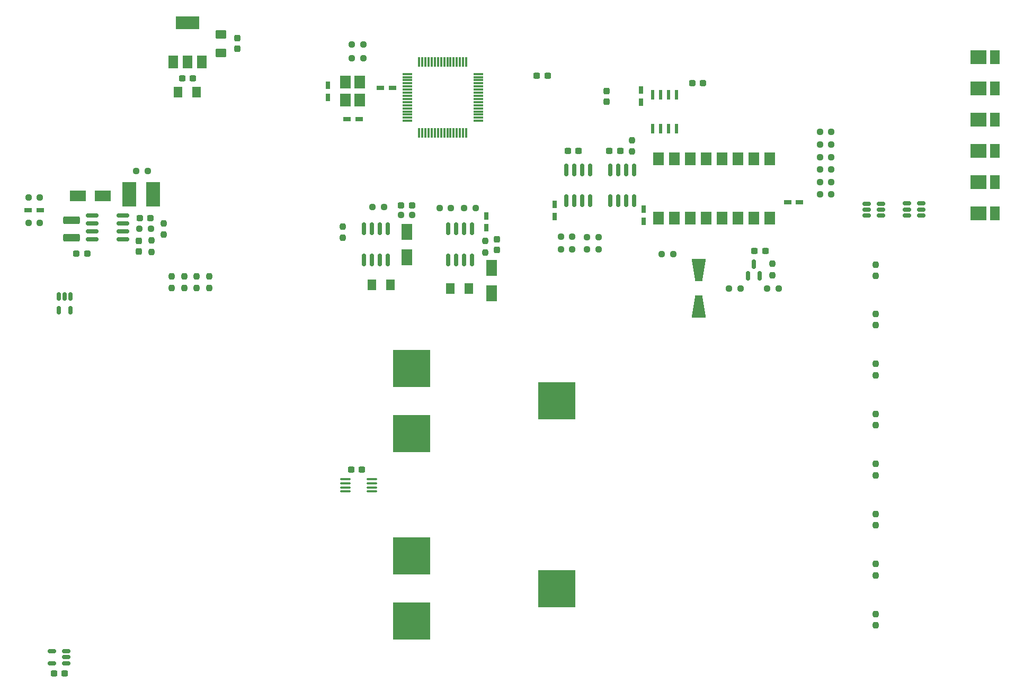
<source format=gbr>
G04 #@! TF.GenerationSoftware,KiCad,Pcbnew,7.99.0-unknown*
G04 #@! TF.CreationDate,2023-06-01T13:12:26+02:00*
G04 #@! TF.ProjectId,driver,64726976-6572-42e6-9b69-6361645f7063,rev?*
G04 #@! TF.SameCoordinates,Original*
G04 #@! TF.FileFunction,Paste,Top*
G04 #@! TF.FilePolarity,Positive*
%FSLAX46Y46*%
G04 Gerber Fmt 4.6, Leading zero omitted, Abs format (unit mm)*
G04 Created by KiCad (PCBNEW 7.99.0-unknown) date 2023-06-01 13:12:26*
%MOMM*%
%LPD*%
G01*
G04 APERTURE LIST*
G04 Aperture macros list*
%AMRoundRect*
0 Rectangle with rounded corners*
0 $1 Rounding radius*
0 $2 $3 $4 $5 $6 $7 $8 $9 X,Y pos of 4 corners*
0 Add a 4 corners polygon primitive as box body*
4,1,4,$2,$3,$4,$5,$6,$7,$8,$9,$2,$3,0*
0 Add four circle primitives for the rounded corners*
1,1,$1+$1,$2,$3*
1,1,$1+$1,$4,$5*
1,1,$1+$1,$6,$7*
1,1,$1+$1,$8,$9*
0 Add four rect primitives between the rounded corners*
20,1,$1+$1,$2,$3,$4,$5,0*
20,1,$1+$1,$4,$5,$6,$7,0*
20,1,$1+$1,$6,$7,$8,$9,0*
20,1,$1+$1,$8,$9,$2,$3,0*%
%AMOutline4P*
0 Free polygon, 4 corners , with rotation*
0 The origin of the aperture is its center*
0 number of corners: always 4*
0 $1 to $8 corner X, Y*
0 $9 Rotation angle, in degrees counterclockwise*
0 create outline with 4 corners*
4,1,4,$1,$2,$3,$4,$5,$6,$7,$8,$1,$2,$9*%
G04 Aperture macros list end*
%ADD10RoundRect,0.237500X-0.250000X-0.237500X0.250000X-0.237500X0.250000X0.237500X-0.250000X0.237500X0*%
%ADD11R,0.750000X1.200000*%
%ADD12R,1.200000X0.750000*%
%ADD13RoundRect,0.237500X0.237500X-0.250000X0.237500X0.250000X-0.237500X0.250000X-0.237500X-0.250000X0*%
%ADD14R,1.800000X2.100000*%
%ADD15RoundRect,0.237500X0.250000X0.237500X-0.250000X0.237500X-0.250000X-0.237500X0.250000X-0.237500X0*%
%ADD16RoundRect,0.237500X0.287500X0.237500X-0.287500X0.237500X-0.287500X-0.237500X0.287500X-0.237500X0*%
%ADD17R,0.600000X1.550000*%
%ADD18RoundRect,0.250001X0.462499X0.624999X-0.462499X0.624999X-0.462499X-0.624999X0.462499X-0.624999X0*%
%ADD19RoundRect,0.237500X-0.287500X-0.237500X0.287500X-0.237500X0.287500X0.237500X-0.287500X0.237500X0*%
%ADD20RoundRect,0.237500X-0.237500X0.287500X-0.237500X-0.287500X0.237500X-0.287500X0.237500X0.287500X0*%
%ADD21RoundRect,0.250001X0.624999X-0.462499X0.624999X0.462499X-0.624999X0.462499X-0.624999X-0.462499X0*%
%ADD22R,1.800000X2.500000*%
%ADD23R,2.500000X1.800000*%
%ADD24R,2.200000X3.900000*%
%ADD25RoundRect,0.250000X-1.075000X0.375000X-1.075000X-0.375000X1.075000X-0.375000X1.075000X0.375000X0*%
%ADD26RoundRect,0.237500X-0.237500X0.250000X-0.237500X-0.250000X0.237500X-0.250000X0.237500X0.250000X0*%
%ADD27RoundRect,0.150000X-0.825000X-0.150000X0.825000X-0.150000X0.825000X0.150000X-0.825000X0.150000X0*%
%ADD28RoundRect,0.150000X-0.150000X0.825000X-0.150000X-0.825000X0.150000X-0.825000X0.150000X0.825000X0*%
%ADD29R,1.500000X2.000000*%
%ADD30R,3.800000X2.000000*%
%ADD31RoundRect,0.237500X0.300000X0.237500X-0.300000X0.237500X-0.300000X-0.237500X0.300000X-0.237500X0*%
%ADD32RoundRect,0.237500X0.237500X-0.300000X0.237500X0.300000X-0.237500X0.300000X-0.237500X-0.300000X0*%
%ADD33R,6.000000X6.000000*%
%ADD34R,2.500000X2.200000*%
%ADD35R,1.550000X2.200000*%
%ADD36RoundRect,0.100000X-0.712500X-0.100000X0.712500X-0.100000X0.712500X0.100000X-0.712500X0.100000X0*%
%ADD37RoundRect,0.150000X0.150000X-0.825000X0.150000X0.825000X-0.150000X0.825000X-0.150000X-0.825000X0*%
%ADD38RoundRect,0.150000X0.512500X0.150000X-0.512500X0.150000X-0.512500X-0.150000X0.512500X-0.150000X0*%
%ADD39R,1.780000X2.000000*%
%ADD40RoundRect,0.237500X-0.300000X-0.237500X0.300000X-0.237500X0.300000X0.237500X-0.300000X0.237500X0*%
%ADD41RoundRect,0.075000X-0.700000X-0.075000X0.700000X-0.075000X0.700000X0.075000X-0.700000X0.075000X0*%
%ADD42RoundRect,0.075000X-0.075000X-0.700000X0.075000X-0.700000X0.075000X0.700000X-0.075000X0.700000X0*%
%ADD43RoundRect,0.237500X-0.237500X0.300000X-0.237500X-0.300000X0.237500X-0.300000X0.237500X0.300000X0*%
%ADD44Outline4P,-1.800000X-1.150000X1.800000X-0.550000X1.800000X0.550000X-1.800000X1.150000X270.000000*%
%ADD45Outline4P,-1.800000X-1.150000X1.800000X-0.550000X1.800000X0.550000X-1.800000X1.150000X90.000000*%
%ADD46RoundRect,0.150000X-0.150000X0.512500X-0.150000X-0.512500X0.150000X-0.512500X0.150000X0.512500X0*%
%ADD47RoundRect,0.150000X-0.512500X-0.150000X0.512500X-0.150000X0.512500X0.150000X-0.512500X0.150000X0*%
%ADD48RoundRect,0.150000X0.150000X-0.587500X0.150000X0.587500X-0.150000X0.587500X-0.150000X-0.587500X0*%
G04 APERTURE END LIST*
D10*
X120487500Y-49100000D03*
X122312500Y-49100000D03*
X195287500Y-71100000D03*
X197112500Y-71100000D03*
D11*
X167100000Y-77350000D03*
X167100000Y-75450000D03*
D12*
X121650000Y-61050000D03*
X119750000Y-61050000D03*
D11*
X116700000Y-57550000D03*
X116700000Y-55650000D03*
X141950000Y-78400000D03*
X141950000Y-76500000D03*
X152900000Y-76600000D03*
X152900000Y-74700000D03*
D13*
X165300000Y-66212500D03*
X165300000Y-64387500D03*
D10*
X120487500Y-51300000D03*
X122312500Y-51300000D03*
D14*
X119450000Y-55100000D03*
X119450000Y-58000000D03*
X121750000Y-58000000D03*
X121750000Y-55100000D03*
D12*
X68750000Y-75600000D03*
X70650000Y-75600000D03*
D10*
X195287500Y-65100000D03*
X197112500Y-65100000D03*
D15*
X136337500Y-75250000D03*
X134512500Y-75250000D03*
D16*
X176625000Y-55250000D03*
X174875000Y-55250000D03*
D17*
X168545000Y-62550000D03*
X169815000Y-62550000D03*
X171085000Y-62550000D03*
X172355000Y-62550000D03*
X172355000Y-57150000D03*
X171085000Y-57150000D03*
X169815000Y-57150000D03*
X168545000Y-57150000D03*
D11*
X166700000Y-58300000D03*
X166700000Y-56400000D03*
D18*
X126687500Y-87500000D03*
X123712500Y-87500000D03*
D10*
X195287500Y-67100000D03*
X197112500Y-67100000D03*
X195287500Y-73100000D03*
X197112500Y-73100000D03*
D12*
X126950000Y-56000000D03*
X125050000Y-56000000D03*
D15*
X70612500Y-73600000D03*
X68787500Y-73600000D03*
D12*
X190150000Y-74300000D03*
X192050000Y-74300000D03*
D19*
X76475000Y-82550000D03*
X78225000Y-82550000D03*
D16*
X88325000Y-76850000D03*
X86575000Y-76850000D03*
D20*
X86450000Y-80475000D03*
X86450000Y-82225000D03*
D18*
X139175000Y-88100000D03*
X136200000Y-88100000D03*
X95687500Y-56750000D03*
X92712500Y-56750000D03*
D21*
X99600000Y-50487500D03*
X99600000Y-47512500D03*
D22*
X129300000Y-83100000D03*
X129300000Y-79100000D03*
D23*
X80700000Y-73350000D03*
X76700000Y-73350000D03*
D22*
X142800000Y-88850000D03*
X142800000Y-84850000D03*
D24*
X88750000Y-73100000D03*
X84950000Y-73100000D03*
D25*
X75700000Y-77200000D03*
X75700000Y-80000000D03*
D15*
X130162500Y-76400000D03*
X128337500Y-76400000D03*
X88362500Y-78600000D03*
X86537500Y-78600000D03*
X87862500Y-69350000D03*
X86037500Y-69350000D03*
D26*
X90450000Y-77687500D03*
X90450000Y-79512500D03*
X88450000Y-80437500D03*
X88450000Y-82262500D03*
D10*
X138437500Y-75250000D03*
X140262500Y-75250000D03*
D27*
X78975000Y-76445000D03*
X78975000Y-77715000D03*
X78975000Y-78985000D03*
X78975000Y-80255000D03*
X83925000Y-80255000D03*
X83925000Y-78985000D03*
X83925000Y-77715000D03*
X83925000Y-76445000D03*
D28*
X139655000Y-78575000D03*
X138385000Y-78575000D03*
X137115000Y-78575000D03*
X135845000Y-78575000D03*
X135845000Y-83525000D03*
X137115000Y-83525000D03*
X138385000Y-83525000D03*
X139655000Y-83525000D03*
D29*
X91900000Y-51900000D03*
X94200000Y-51900000D03*
X96500000Y-51900000D03*
D30*
X94200000Y-45600000D03*
D31*
X95062500Y-54500000D03*
X93337500Y-54500000D03*
D32*
X102150000Y-49812500D03*
X102150000Y-48087500D03*
D13*
X141850000Y-82362500D03*
X141850000Y-80537500D03*
D28*
X126205000Y-78575000D03*
X124935000Y-78575000D03*
X123665000Y-78575000D03*
X122395000Y-78575000D03*
X122395000Y-83525000D03*
X123665000Y-83525000D03*
X124935000Y-83525000D03*
X126205000Y-83525000D03*
D19*
X128375000Y-74800000D03*
X130125000Y-74800000D03*
D15*
X70612500Y-77600000D03*
X68787500Y-77600000D03*
D13*
X204200000Y-142012500D03*
X204200000Y-140187500D03*
D10*
X180787500Y-88100000D03*
X182612500Y-88100000D03*
D13*
X93700000Y-88012500D03*
X93700000Y-86187500D03*
D26*
X204200000Y-116187500D03*
X204200000Y-118012500D03*
X204200000Y-108187500D03*
X204200000Y-110012500D03*
D15*
X171862500Y-82600000D03*
X170037500Y-82600000D03*
D33*
X130050000Y-130885000D03*
X130050000Y-141315000D03*
X153200000Y-136100000D03*
D34*
X220650000Y-51100000D03*
D35*
X223225000Y-51100000D03*
D36*
X119487500Y-118625000D03*
X119487500Y-119275000D03*
X119487500Y-119925000D03*
X119487500Y-120575000D03*
X123712500Y-120575000D03*
X123712500Y-119925000D03*
X123712500Y-119275000D03*
X123712500Y-118625000D03*
D10*
X195287500Y-63100000D03*
X197112500Y-63100000D03*
D37*
X161795000Y-74075000D03*
X163065000Y-74075000D03*
X164335000Y-74075000D03*
X165605000Y-74075000D03*
X165605000Y-69125000D03*
X164335000Y-69125000D03*
X163065000Y-69125000D03*
X161795000Y-69125000D03*
D32*
X161200000Y-58262500D03*
X161200000Y-56537500D03*
D13*
X204200000Y-134012500D03*
X204200000Y-132187500D03*
D38*
X211500000Y-76425000D03*
X211500000Y-75475000D03*
X211500000Y-74525000D03*
X209225000Y-74525000D03*
X209225000Y-75475000D03*
X209225000Y-76425000D03*
D13*
X97700000Y-88012500D03*
X97700000Y-86187500D03*
D39*
X169470000Y-76879491D03*
X172010000Y-76879491D03*
X174550000Y-76879491D03*
X177090000Y-76879491D03*
X179630000Y-76879491D03*
X182170000Y-76879491D03*
X184710000Y-76879491D03*
X187250000Y-76879491D03*
X187250000Y-67349491D03*
X184710000Y-67349491D03*
X182170000Y-67349491D03*
X179630000Y-67349491D03*
X177090000Y-67349491D03*
X174550000Y-67349491D03*
X172010000Y-67349491D03*
X169470000Y-67349491D03*
D13*
X91700000Y-88012500D03*
X91700000Y-86187500D03*
D34*
X220650000Y-66100000D03*
D35*
X223225000Y-66100000D03*
D40*
X154987500Y-66110000D03*
X156712500Y-66110000D03*
D41*
X129330509Y-53810000D03*
X129330509Y-54310000D03*
X129330509Y-54810000D03*
X129330509Y-55310000D03*
X129330509Y-55810000D03*
X129330509Y-56310000D03*
X129330509Y-56810000D03*
X129330509Y-57310000D03*
X129330509Y-57810000D03*
X129330509Y-58310000D03*
X129330509Y-58810000D03*
X129330509Y-59310000D03*
X129330509Y-59810000D03*
X129330509Y-60310000D03*
X129330509Y-60810000D03*
X129330509Y-61310000D03*
D42*
X131255509Y-63235000D03*
X131755509Y-63235000D03*
X132255509Y-63235000D03*
X132755509Y-63235000D03*
X133255509Y-63235000D03*
X133755509Y-63235000D03*
X134255509Y-63235000D03*
X134755509Y-63235000D03*
X135255509Y-63235000D03*
X135755509Y-63235000D03*
X136255509Y-63235000D03*
X136755509Y-63235000D03*
X137255509Y-63235000D03*
X137755509Y-63235000D03*
X138255509Y-63235000D03*
X138755509Y-63235000D03*
D41*
X140680509Y-61310000D03*
X140680509Y-60810000D03*
X140680509Y-60310000D03*
X140680509Y-59810000D03*
X140680509Y-59310000D03*
X140680509Y-58810000D03*
X140680509Y-58310000D03*
X140680509Y-57810000D03*
X140680509Y-57310000D03*
X140680509Y-56810000D03*
X140680509Y-56310000D03*
X140680509Y-55810000D03*
X140680509Y-55310000D03*
X140680509Y-54810000D03*
X140680509Y-54310000D03*
X140680509Y-53810000D03*
D42*
X138755509Y-51885000D03*
X138255509Y-51885000D03*
X137755509Y-51885000D03*
X137255509Y-51885000D03*
X136755509Y-51885000D03*
X136255509Y-51885000D03*
X135755509Y-51885000D03*
X135255509Y-51885000D03*
X134755509Y-51885000D03*
X134255509Y-51885000D03*
X133755509Y-51885000D03*
X133255509Y-51885000D03*
X132755509Y-51885000D03*
X132255509Y-51885000D03*
X131755509Y-51885000D03*
X131255509Y-51885000D03*
D40*
X161637500Y-66120000D03*
X163362500Y-66120000D03*
D10*
X186875000Y-88100000D03*
X188700000Y-88100000D03*
D26*
X95700000Y-86187500D03*
X95700000Y-88012500D03*
D15*
X159912500Y-79900000D03*
X158087500Y-79900000D03*
X155712500Y-79850000D03*
X153887500Y-79850000D03*
D26*
X204200000Y-100187500D03*
X204200000Y-102012500D03*
D31*
X122100000Y-117100000D03*
X120375000Y-117100000D03*
D34*
X220650000Y-76100000D03*
D35*
X223225000Y-76100000D03*
D43*
X143700000Y-80237500D03*
X143700000Y-81962500D03*
D44*
X175950000Y-85200000D03*
D45*
X175950000Y-91000000D03*
D26*
X119010000Y-78187500D03*
X119010000Y-80012500D03*
D33*
X130050000Y-100885000D03*
X130050000Y-111315000D03*
X153200000Y-106100000D03*
D46*
X75550000Y-89362500D03*
X74600000Y-89362500D03*
X73650000Y-89362500D03*
X73650000Y-91637500D03*
X75550000Y-91637500D03*
D10*
X195287500Y-69100000D03*
X197112500Y-69100000D03*
D31*
X186562500Y-82100000D03*
X184837500Y-82100000D03*
D38*
X74837500Y-148050000D03*
X74837500Y-147100000D03*
X74837500Y-146150000D03*
X72562500Y-146150000D03*
X72562500Y-148050000D03*
D34*
X220650000Y-71100000D03*
D35*
X223225000Y-71100000D03*
D47*
X202762500Y-74575000D03*
X202762500Y-75525000D03*
X202762500Y-76475000D03*
X205037500Y-76475000D03*
X205037500Y-75525000D03*
X205037500Y-74575000D03*
D15*
X155712500Y-81900000D03*
X153887500Y-81900000D03*
D34*
X220650000Y-56100000D03*
D35*
X223225000Y-56100000D03*
D34*
X220650000Y-61100000D03*
D35*
X223225000Y-61100000D03*
D13*
X187700000Y-86012500D03*
X187700000Y-84187500D03*
D31*
X151762500Y-54090000D03*
X150037500Y-54090000D03*
D13*
X204200000Y-86112500D03*
X204200000Y-84287500D03*
D10*
X123787500Y-75100000D03*
X125612500Y-75100000D03*
D13*
X204200000Y-94012500D03*
X204200000Y-92187500D03*
D48*
X183800000Y-86100000D03*
X185700000Y-86100000D03*
X184750000Y-84225000D03*
D40*
X72875000Y-149700000D03*
X74600000Y-149700000D03*
D37*
X154795000Y-74075000D03*
X156065000Y-74075000D03*
X157335000Y-74075000D03*
X158605000Y-74075000D03*
X158605000Y-69125000D03*
X157335000Y-69125000D03*
X156065000Y-69125000D03*
X154795000Y-69125000D03*
D26*
X204200000Y-124187500D03*
X204200000Y-126012500D03*
D15*
X159912500Y-81900000D03*
X158087500Y-81900000D03*
M02*

</source>
